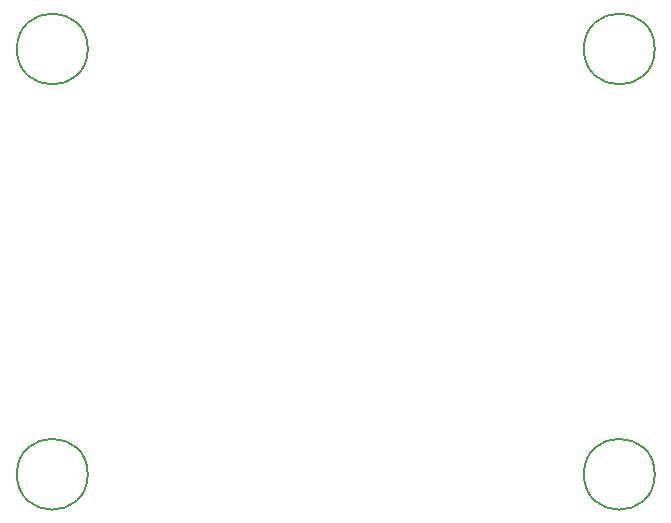
<source format=gbr>
G04 #@! TF.FileFunction,Other,Comment*
%FSLAX46Y46*%
G04 Gerber Fmt 4.6, Leading zero omitted, Abs format (unit mm)*
G04 Created by KiCad (PCBNEW 4.0.4-stable) date 02/07/17 14:21:35*
%MOMM*%
%LPD*%
G01*
G04 APERTURE LIST*
%ADD10C,0.100000*%
%ADD11C,0.150000*%
G04 APERTURE END LIST*
D10*
D11*
X94945000Y-102245000D02*
G75*
G03X94945000Y-102245000I-3000000J0D01*
G01*
X94945000Y-66245000D02*
G75*
G03X94945000Y-66245000I-3000000J0D01*
G01*
X142950000Y-102245000D02*
G75*
G03X142950000Y-102245000I-3000000J0D01*
G01*
X142950000Y-66245000D02*
G75*
G03X142950000Y-66245000I-3000000J0D01*
G01*
M02*

</source>
